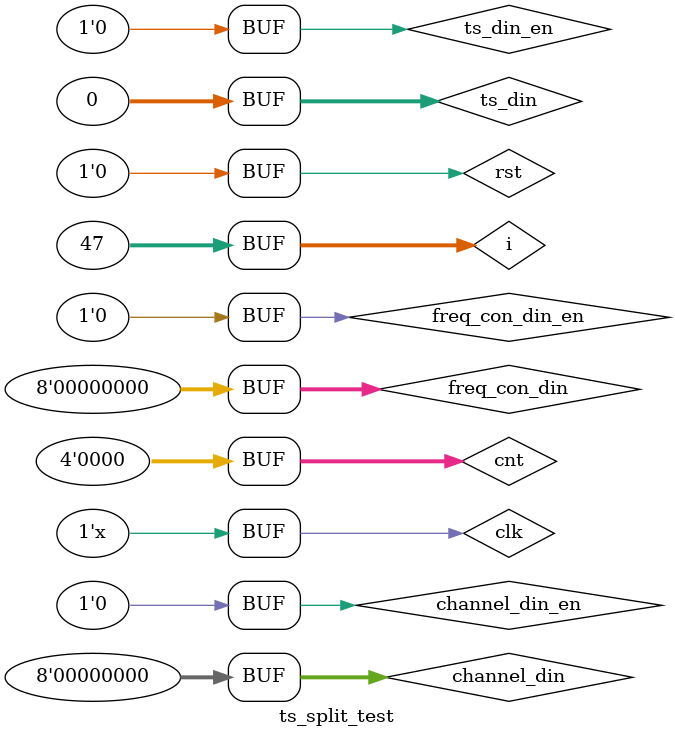
<source format=v>
`timescale 1ns / 1ps


module ts_split_test;

	// Inputs
	reg clk;
	reg rst;
	reg [31:0] ts_din;
	reg ts_din_en;
	reg [7:0] freq_con_din;
	reg freq_con_din_en;
	reg [7:0] channel_din;
	reg channel_din_en;
	wire ts_ram_valid;

	// Outputs
	wire ts_ram_wr;
	wire [12:0] ts_ram_waddr;
	wire [63:0] ts_ram_wdata;

	// Instantiate the Unit Under Test (UUT)
	tsmf_split uut (
		.clk(clk), 
		.rst(rst), 
		.ts_din(ts_din), 
		.ts_din_en(ts_din_en), 
		.freq_con_din(freq_con_din), 
		.freq_con_din_en(freq_con_din_en), 
		.channel_din(channel_din), 
		.channel_din_en(channel_din_en), 
		.ts_ram_wr(ts_ram_wr), 
		.ts_ram_waddr(ts_ram_waddr), 
		.ts_ram_wdata(ts_ram_wdata), 
		.ts_ram_valid(ts_ram_valid)
	);
	
		reg[31:0]i;

  reg[3:0]cnt=0;

	initial begin
		// Initialize Inputs
		clk = 0;
		rst = 0;
		ts_din = 0;
		ts_din_en = 0;
		freq_con_din = 0;
		freq_con_din_en = 0;
		channel_din = 0;
		channel_din_en = 0;
	
		
		#2 rst =1;
		// Wait 100 ns for global reset to finish
		#100;
		
			rst=0;
			
			
		
			
		#100;
		
		#10 freq_con_din_en=1;
		freq_con_din=00;
		#10 freq_con_din=00;
		#10 freq_con_din=1;
		#10 freq_con_din=0;
		#10 freq_con_din=20;
		#10 freq_con_din=0;
		#10 freq_con_din=0;
		#10 freq_con_din=0;
		#10 freq_con_din_en=0;
//		#10 freq_con_din=1;
//		#10 freq_con_din=0;
//		#10 freq_con_din=3;
//		#10 freq_con_din=1;
//		#10 freq_con_din=0;
//		#10 freq_con_din=5;
//		#10 freq_con_din=0;
//		#10 freq_con_din=0;
//		#10 freq_con_din=0;
//		#10 freq_con_din=1;
//		#10 freq_con_din=0;
//		#10 freq_con_din=3;
//		#10 freq_con_din=0;
//		#10 freq_con_din=0;
//		#10 freq_con_din=0;
//		#10 freq_con_din=0;
//		#10 freq_con_din=0;
//		#10 freq_con_din=0;
//		#10 freq_con_din_en=0;
		
		
		
		#100;
		
		ts_send();
		cnt=cnt+1;
		#100;
		
		ts_send();
		cnt=cnt+1;
		#100;
		
		ts_send();
		cnt=cnt+1;
		#100;
		
		ts_send();
		cnt=cnt+1;
		#100;
		
		ts_send();
		cnt=cnt+1;
		#100;
		
		ts_send();
		cnt=cnt+1;
		#100;
		
		ts_send();
			#100;
		
		ts_send();
		cnt=cnt+1;
		#100;
		
		ts_send();
		cnt=cnt+1;
		#100;
		
		ts_send();
		cnt=cnt+1;
		#100;
		
		ts_send();
		cnt=cnt+1;
		#100;
		
		ts_send();
		cnt=cnt+1;
		#100;
		
		ts_send();
		cnt=cnt+1;
		#100;
		
		ts_send();
			#100;
		
		ts_send();
		cnt=cnt+1;
		#100;
		
		ts_send();
		cnt=cnt+1;
		#100;
		
		ts_send();
		cnt=cnt+1;
		#100;
		
		ts_send();
		cnt=cnt+1;
		#100;
		
		ts_send();
		cnt=cnt+1;
		#100;
		
		ts_send();
		cnt=cnt+1;
		#100;
		
		ts_send();
			#100;
		
		ts_send();
		cnt=cnt+1;
		#100;
		
		ts_send();
		cnt=cnt+1;
		#100;
		
		ts_send();
		cnt=cnt+1;
		#100;
		
		ts_send();
		cnt=cnt+1;
		#100;
		
		ts_send();
		cnt=cnt+1;
		#100;
		
		ts_send();
		cnt=cnt+1;
		#100;
		
		ts_send();
			#100;
		
		ts_send();
		cnt=cnt+1;
		#100;
		
		ts_send();
		cnt=cnt+1;
		#100;
		
		ts_send();
		cnt=cnt+1;
		#100;
		
		ts_send();
		cnt=cnt+1;
		#100;
		
		ts_send();
		cnt=cnt+1;
		#100;
		
		ts_send();
		cnt=cnt+1;
		#100;
		
		ts_send();
			#100;
		
		ts_send();
		cnt=cnt+1;
		#100;
		
		ts_send();
		cnt=cnt+1;
		#100;
		
		ts_send();
		cnt=cnt+1;
		#100;
		
		ts_send();
		cnt=cnt+1;
		#100;
		
		ts_send();
		cnt=cnt+1;
		#100;
		
		ts_send();
		cnt=cnt+1;
		#100;
		
		ts_send();
			#100;
		
		ts_send();
		cnt=cnt+1;
		#100;
		
		ts_send();
		cnt=cnt+1;
		#100;
		
		ts_send();
		cnt=cnt+1;
		#100;
		
		ts_send();
		cnt=cnt+1;
		#100;
		
		ts_send();
		cnt=cnt+1;
		#100;
		
		ts_send();
		cnt=cnt+1;
		#100;
		
		ts_send();
		
		#100;
		
		ts_send();
		cnt=cnt+1;
		#100;
		
		ts_send();
		cnt=cnt+1;
		#100;
		
		ts_send();
		cnt=cnt+1;
		#100;
		
		ts_send();
		cnt=cnt+1;
		#100;
		
		ts_send();
		cnt=cnt+1;
		#100;
		
		ts_send();
		cnt=cnt+1;
		#100;
		
		ts_send();
			#100;
		
		ts_send();
		cnt=cnt+1;
		#100;
		
		ts_send();
		cnt=cnt+1;
		#100;
		
		ts_send();
		cnt=cnt+1;
		#100;
		
		ts_send();
		cnt=cnt+1;
		#100;
		
		ts_send();
		cnt=cnt+1;
		#100;
		
		ts_send();
		cnt=cnt+1;
		#100;
		
		ts_send();
			#100;
		
		ts_send();
		cnt=cnt+1;
		#100;
		
		ts_send();
		cnt=cnt+1;
		#100;
		
		ts_send();
		cnt=cnt+1;
		#100;
		
		ts_send();
		cnt=cnt+1;
		#100;
		
		ts_send();
		cnt=cnt+1;
		#100;
		
		ts_send();
		cnt=cnt+1;
		#100;
		
		ts_send();
			#100;
		
		ts_send();
		cnt=cnt+1;
		#100;
		
		ts_send();
		cnt=cnt+1;
		#100;
		
		ts_send();
		cnt=cnt+1;
		#100;
		
		ts_send();
		cnt=cnt+1;
		#100;
		
		ts_send();
		cnt=cnt+1;
		#100;
		
		ts_send();
		cnt=cnt+1;
		#100;
		
		ts_send();
			#100;
		
		ts_send();
		cnt=cnt+1;
		#100;
		
		ts_send();
		cnt=cnt+1;
		#100;
		
		ts_send();
		cnt=cnt+1;
		#100;
		
		ts_send();
		cnt=cnt+1;
		#100;
		
		ts_send();
		cnt=cnt+1;
		#100;
		
		ts_send();
		cnt=cnt+1;
		#100;
		
		ts_send();
			#100;
		
		ts_send();
		cnt=cnt+1;
		#100;
		
		ts_send();
		cnt=cnt+1;
		#100;
		
		ts_send();
		cnt=cnt+1;
		#100;
		
		ts_send();
		cnt=cnt+1;
		#100;
		
		ts_send();
		cnt=cnt+1;
		#100;
		
		ts_send();
		cnt=cnt+1;
		#100;
		
		ts_send();
			#100;
		
		ts_send();
		cnt=cnt+1;
		#100;
		
		ts_send();
		cnt=cnt+1;
		#100;
		
		ts_send();
		cnt=cnt+1;
		#100;
		
		ts_send();
		cnt=cnt+1;
		#100;
		
		ts_send();
		cnt=cnt+1;
		#100;
		
		ts_send();
		cnt=cnt+1;
		#100;
		
		#100;
		
		ts_send();
		cnt=cnt+1;
		#100;
		
		ts_send();
		cnt=cnt+1;
		#100;
		
		ts_send();
		cnt=cnt+1;
		#100;
		
		ts_send();
		cnt=cnt+1;
		#100;
		
		ts_send();
		cnt=cnt+1;
		#100;
		
		ts_send();
		cnt=cnt+1;
		#100;
		
		ts_send();
			#100;
		
		ts_send();
		cnt=cnt+1;
		#100;
		
		ts_send();
		cnt=cnt+1;
		#100;
		
		ts_send();
		cnt=cnt+1;
		#100;
		
		ts_send();
		cnt=cnt+1;
		#100;
		
		ts_send();
		cnt=cnt+1;
		#100;
		
		ts_send();
		cnt=cnt+1;
		#100;
		
		ts_send();
			#100;
		
		ts_send();
		cnt=cnt+1;
		#100;
		
		ts_send();
		cnt=cnt+1;
		#100;
		
		ts_send();
		cnt=cnt+1;
		#100;
		
		ts_send();
		cnt=cnt+1;
		#100;
		
		ts_send();
		cnt=cnt+1;
		#100;
		
		ts_send();
		cnt=cnt+1;
		#100;
		
		ts_send();
			#100;
		
		ts_send();
		cnt=cnt+1;
		#100;
		
		ts_send();
		cnt=cnt+1;
		#100;
		
		ts_send();
		cnt=cnt+1;
		#100;
		
		ts_send();
		cnt=cnt+1;
		#100;
		
		ts_send();
		cnt=cnt+1;
		#100;
		
		ts_send();
		cnt=cnt+1;
		#100;
		
		ts_send();
			#100;
		
		ts_send();
		cnt=cnt+1;
		#100;
		
		ts_send();
		cnt=cnt+1;
		#100;
		
		ts_send();
		cnt=cnt+1;
		#100;
		
		ts_send();
		cnt=cnt+1;
		#100;
		
		ts_send();
		cnt=cnt+1;
		#100;
		
		ts_send();
		cnt=cnt+1;
		#100;
		
		ts_send();
			#100;
		
		ts_send();
		cnt=cnt+1;
		#100;
		
		ts_send();
		cnt=cnt+1;
		#100;
		
		ts_send();
		cnt=cnt+1;
		#100;
		
		ts_send();
		cnt=cnt+1;
		#100;
		
		ts_send();
		cnt=cnt+1;
		#100;
		
		ts_send();
		cnt=cnt+1;
		#100;
		
		ts_send();
			#100;
		
		ts_send();
		cnt=cnt+1;
		#100;
		
		ts_send();
		cnt=cnt+1;
		#100;
		
		ts_send();
		cnt=cnt+1;
		#100;
		
		ts_send();
		cnt=cnt+1;
		#100;
		
		ts_send();
		cnt=cnt+1;
		#100;
		
		ts_send();
		cnt=cnt+1;
		#100;
		
		#100;
		
		ts_send();
		cnt=cnt+1;
		#100;
		
		ts_send();
		cnt=cnt+1;
		#100;
		
		ts_send();
		cnt=cnt+1;
		#100;
		
		ts_send();
		cnt=cnt+1;
		#100;
		
		ts_send();
		cnt=cnt+1;
		#100;
		
		ts_send();
		cnt=cnt+1;
		#100;
		
		ts_send();
			#100;
		
		ts_send();
		cnt=cnt+1;
		#100;
		
		ts_send();
		cnt=cnt+1;
		#100;
		
		ts_send();
		cnt=cnt+1;
		#100;
		
		ts_send();
		cnt=cnt+1;
		#100;
		
		ts_send();
		cnt=cnt+1;
		#100;
		
		ts_send();
		cnt=cnt+1;
		#100;
		
		ts_send();
			#100;
		
		ts_send();
		cnt=cnt+1;
		#100;
		
		ts_send();
		cnt=cnt+1;
		#100;
		
		ts_send();
		cnt=cnt+1;
		#100;
		
		ts_send();
		cnt=cnt+1;
		#100;
		
		ts_send();
		cnt=cnt+1;
		#100;
		
		ts_send();
		cnt=cnt+1;
		#100;
		
		ts_send();
			#100;
		
		ts_send();
		cnt=cnt+1;
		#100;
		
		ts_send();
		cnt=cnt+1;
		#100;
		
		ts_send();
		cnt=cnt+1;
		#100;
		
		ts_send();
		cnt=cnt+1;
		#100;
		
		ts_send();
		cnt=cnt+1;
		#100;
		
		ts_send();
		cnt=cnt+1;
		#100;
		
		ts_send();
			#100;
		
		ts_send();
		cnt=cnt+1;
		#100;
		
		ts_send();
		cnt=cnt+1;
		#100;
		
		ts_send();
		cnt=cnt+1;
		#100;
		
		ts_send();
		cnt=cnt+1;
		#100;
		
		ts_send();
		cnt=cnt+1;
		#100;
		
		ts_send();
		cnt=cnt+1;
		#100;
		
		ts_send();
			#100;
		
		ts_send();
		cnt=cnt+1;
		#100;
		
		ts_send();
		cnt=cnt+1;
		#100;
		
		ts_send();
		cnt=cnt+1;
		#100;
		
		ts_send();
		cnt=cnt+1;
		#100;
		
		ts_send();
		cnt=cnt+1;
		#100;
		
		ts_send();
		cnt=cnt+1;
		#100;
		
		ts_send();
			#100;
		
		ts_send();
		cnt=cnt+1;
		#100;
		
		ts_send();
		cnt=cnt+1;
		#100;
		
		ts_send();
		cnt=cnt+1;
		#100;
		
		ts_send();
		cnt=cnt+1;
		#100;
		
		ts_send();
		cnt=cnt+1;
		#100;
		
		ts_send();
		cnt=cnt+1;
		#100;
		
		ts_send();
		
		#100;
		
		ts_send();
		cnt=cnt+1;
		#100;
		
		ts_send();
		cnt=cnt+1;
		#100;
		
		ts_send();
		cnt=cnt+1;
		#100;
		
		ts_send();
		cnt=cnt+1;
		#100;
		
		ts_send();
		cnt=cnt+1;
		#100;
		
		ts_send();
		cnt=cnt+1;
		#100;
		
		ts_send();
			#100;
		
		ts_send();
		cnt=cnt+1;
		#100;
		
		ts_send();
		cnt=cnt+1;
		#100;
		
		ts_send();
		cnt=cnt+1;
		#100;
		
		ts_send();
		cnt=cnt+1;
		#100;
		
		ts_send();
		cnt=cnt+1;
		#100;
		
		ts_send();
		cnt=cnt+1;
		#100;
		
		ts_send();
			#100;
		
		ts_send();
		cnt=cnt+1;
		#100;
		
		ts_send();
		cnt=cnt+1;
		#100;
		
		ts_send();
		cnt=cnt+1;
		#100;
		
		ts_send();
		cnt=cnt+1;
		#100;
		
		ts_send();
		cnt=cnt+1;
		#100;
		
		ts_send();
		cnt=cnt+1;
		#100;
		
		ts_send();
			#100;
		
		ts_send();
		cnt=cnt+1;
		#100;
		
		ts_send();
		cnt=cnt+1;
		#100;
		
		ts_send();
		cnt=cnt+1;
		#100;
		
		ts_send();
		cnt=cnt+1;
		#100;
		
		ts_send();
		cnt=cnt+1;
		#100;
		
		ts_send();
		cnt=cnt+1;
		#100;
		
		ts_send();
			#100;
		
		ts_send();
		cnt=cnt+1;
		#100;
		
		ts_send();
		cnt=cnt+1;
		#100;
		
		ts_send();
		cnt=cnt+1;
		#100;
		
		ts_send();
		cnt=cnt+1;
		#100;
		
		ts_send();
		cnt=cnt+1;
		#100;
		
		ts_send();
		cnt=cnt+1;
		#100;
		
		ts_send();
			#100;
		
		ts_send();
		cnt=cnt+1;
		#100;
		
		ts_send();
		cnt=cnt+1;
		#100;
		
		ts_send();
		cnt=cnt+1;
		#100;
		
		ts_send();
		cnt=cnt+1;
		#100;
		
		ts_send();
		cnt=cnt+1;
		#100;
		
		ts_send();
		cnt=cnt+1;
		#100;
		
		ts_send();
			#100;
		
		ts_send();
		cnt=cnt+1;
		#100;
		
		ts_send();
		cnt=cnt+1;
		#100;
		
		ts_send();
		cnt=cnt+1;
		#100;
		
		ts_send();
		cnt=cnt+1;
		#100;
		
		ts_send();
		cnt=cnt+1;
		#100;
		
		ts_send();
		cnt=cnt+1;
		#100;
		
		#100;
		
		ts_send();
		cnt=cnt+1;
		#100;
		
		ts_send();
		cnt=cnt+1;
		#100;
		
		ts_send();
		cnt=cnt+1;
		#100;
		
		ts_send();
		cnt=cnt+1;
		#100;
		
		ts_send();
		cnt=cnt+1;
		#100;
		
		ts_send();
		cnt=cnt+1;
		#100;
		
		ts_send();
			#100;
		
		ts_send();
		cnt=cnt+1;
		#100;
		
		ts_send();
		cnt=cnt+1;
		#100;
		
		ts_send();
		cnt=cnt+1;
		#100;
		
		ts_send();
		cnt=cnt+1;
		#100;
		
		ts_send();
		cnt=cnt+1;
		#100;
		
		ts_send();
		cnt=cnt+1;
		#100;
		
		ts_send();
			#100;
		
		ts_send();
		cnt=cnt+1;
		#100;
		
		ts_send();
		cnt=cnt+1;
		#100;
		
		ts_send();
		cnt=cnt+1;
		#100;
		
		ts_send();
		cnt=cnt+1;
		#100;
		
		ts_send();
		cnt=cnt+1;
		#100;
		
		ts_send();
		cnt=cnt+1;
		#100;
		
		ts_send();
			#100;
		
		ts_send();
		cnt=cnt+1;
		#100;
		
		ts_send();
		cnt=cnt+1;
		#100;
		
		ts_send();
		cnt=cnt+1;
		#100;
		
		ts_send();
		cnt=cnt+1;
		#100;
		
		ts_send();
		cnt=cnt+1;
		#100;
		
		ts_send();
		cnt=cnt+1;
		#100;
		
		ts_send();
			#100;
		
		ts_send();
		cnt=cnt+1;
		#100;
		
		ts_send();
		cnt=cnt+1;
		#100;
		
		ts_send();
		cnt=cnt+1;
		#100;
		
		ts_send();
		cnt=cnt+1;
		#100;
		
		ts_send();
		cnt=cnt+1;
		#100;
		
		ts_send();
		cnt=cnt+1;
		#100;
		
		ts_send();
			#100;
		
		ts_send();
		cnt=cnt+1;
		#100;
		
		ts_send();
		cnt=cnt+1;
		#100;
		
		ts_send();
		cnt=cnt+1;
		#100;
		
		ts_send();
		cnt=cnt+1;
		#100;
		
		ts_send();
		cnt=cnt+1;
		#100;
		
		ts_send();
		cnt=cnt+1;
		#100;
		
		ts_send();
			#100;
		
		ts_send();
		cnt=cnt+1;
		#100;
		
		ts_send();
		cnt=cnt+1;
		#100;
		
		ts_send();
		cnt=cnt+1;
		#100;
		
		ts_send();
		cnt=cnt+1;
		#100;
		
		ts_send();
		cnt=cnt+1;
		#100;
		
		ts_send();
		cnt=cnt+1;
		#100;
		// Add stimulus here

	end
      
  always #5 clk=!clk;
  
   task ts_send;
  begin
  
  #10 ts_din_en=1;
  ts_din=2;
  #10 ts_din={28'h4710010,cnt};
  
  for(i=1;i<47;i=i+1)
  #10 ts_din=i;
 	#10 ts_din_en=0;
 	ts_din=0;
 	
 	#100;
 	
 	
  	
  end
	endtask    
      
endmodule


</source>
